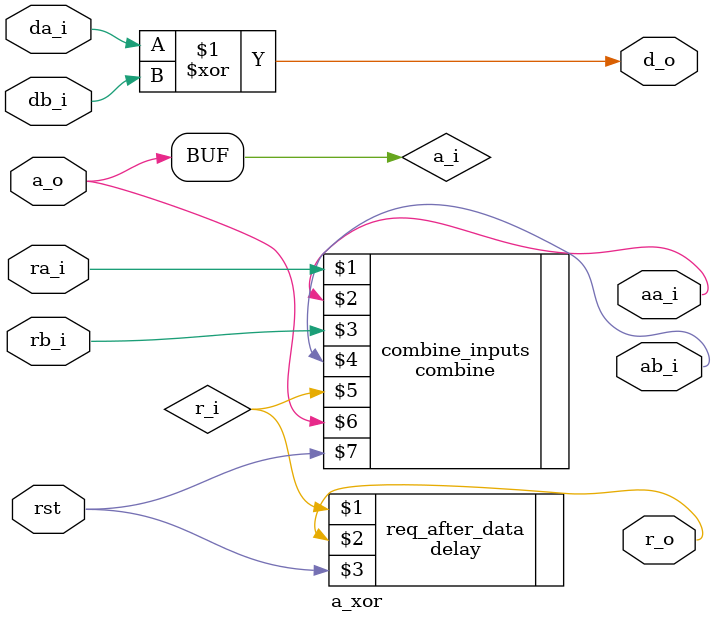
<source format=sv>
`ifndef __xor

`include "../delay/delay.sv"
`include "../flow/combine.sv"

module a_xor #(
  parameter Rpol = 1'b0,

  parameter N = 32'b1
  ) (
    input ra_i,
    output aa_i,
    input [N-1:0] da_i,

    input rb_i,
    output ab_i,
    input [N-1:0] db_i,

    output r_o,
    input a_o,
    output [N-1:0] d_o,

    input rst);

  wire r_i, a_i;

  combine #(
    .Rpol(Rpol)
    ) combine_inputs (
      ra_i, aa_i,
      rb_i, ab_i,
      r_i, a_i,
      rst
      );

  delay #(
    .T(32'd2),
    .Rpol(Rpol)
    ) req_after_data (
    r_i, r_o, rst
    );

  assign a_i = a_o;

  assign d_o = da_i ^ db_i;

endmodule

`define __xor
`endif

</source>
